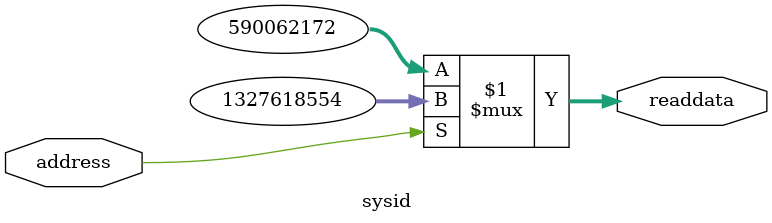
<source format=v>

`timescale 1ns / 1ps
// synthesis translate_on

// turn off superfluous verilog processor warnings 
// altera message_level Level1 
// altera message_off 10034 10035 10036 10037 10230 10240 10030 

module sysid (
               // inputs:
                address,

               // outputs:
                readdata
             )
;

  output  [ 31: 0] readdata;
  input            address;

  wire    [ 31: 0] readdata;
  //control_slave, which is an e_avalon_slave
  assign readdata = address ? 1327618554 : 590062172;

endmodule


</source>
